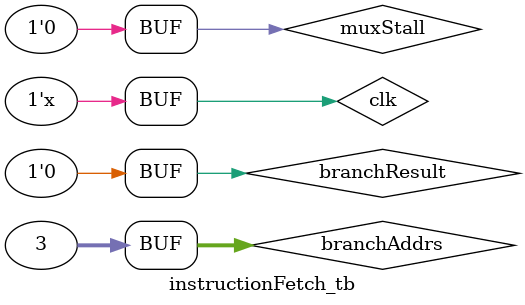
<source format=v>
module instructionFetch (input branchResult, input [31:0] branchAddrs, input regStall, input muxStall, output reg [63:0] instructionFetchReg, input clk);

	wire [31:0] adderAddrs;
	wire [31:0] pcInput;
	wire [31:0] pcOutput;
	wire [31:0] instruction;
	wire [1:0] muxSelection;

	initial instructionFetchReg = { 64 {1'b0} };

	assign muxSelection = {muxStall, branchResult};

	mux4to1 addrsMux1(muxSelection, adderAddrs, branchAddrs, pcOutput, pcOutput, pcInput);
	PC pc1 (pcOutput, pcInput, clk);
	insMemory im1 (pcOutput >> 2, instruction); 
	adder adder1 (pcOutput, 32'd4, adderAddrs);

	always @(posedge clk)
	begin
		if (regStall)
			if (branchResult) instructionFetchReg <= {64 {1'b0}};
			else instructionFetchReg <= {instruction, pcOutput};
		else;
	end

endmodule

module instructionFetch_tb ();

	reg branchResult;
	reg [31:0] branchAddrs;
	reg muxStall;
	wire [63:0] instructionFetchReg;
	reg clk;
	
	always begin #5 clk = ~clk; end

	initial begin

		$monitor ("instructionFetchReg:%h branchResult: %b branchAddrs : %d muxStall: %b", instructionFetchReg, branchResult, branchAddrs, muxStall);

		branchResult = 0; branchAddrs = { 32 {1'b0} }; muxStall = 0; clk = 0;
		#28 branchResult = 0; branchAddrs = 32'd7; muxStall = 1;
		#5 branchResult = 1;
		#5 branchResult = 0;
		#90
		#22 muxStall = 0;
		#28 branchResult = 0; branchAddrs = 32'd3; muxStall = 1;
		#22 muxStall = 0;

	end

	instructionFetch if1(branchResult, branchAddrs, muxStall, instructionFetchReg, clk);

endmodule

</source>
